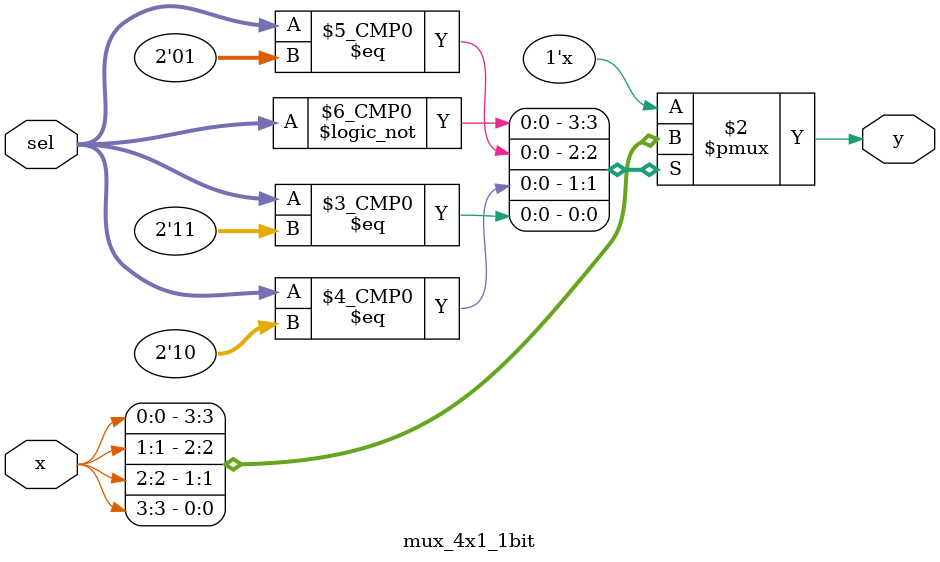
<source format=sv>
`timescale 1ns / 1ps

module FND_Periph (
    // global signal
    input  logic        PCLK,
    input  logic        PRESET,
    // APB Interface Signals
    input  logic [ 3:0] PADDR,
    input  logic [31:0] PWDATA,
    input  logic        PWRITE,
    input  logic        PENABLE,
    input  logic        PSEL,
    output logic [31:0] PRDATA,
    output logic        PREADY,
    // export signals
    output logic [ 3:0] fndComm,
    output logic [ 7:0] fndFont,
    //additional
    output logic [1:0] digit_sel
);

    logic       fcr_en;
    logic [13:0] fdr;
    logic [3:0]  fpr;
     
    APB_SlaveIntf_FND U_APB_Intf_FND (.*);
    FND U_FND_IP (.*);
endmodule
//
module APB_SlaveIntf_FND (
    // global signal
    input  logic        PCLK,
    input  logic        PRESET,
    // APB Interface Signals
    input  logic [ 3:0] PADDR,
    input  logic [31:0] PWDATA,
    input  logic        PWRITE,
    input  logic        PENABLE,
    input  logic        PSEL,
    output logic [31:0] PRDATA,
    output logic        PREADY,
    // internal signals
    output logic        fcr_en,
    output logic [13:0] fdr,
    output logic [ 3:0] fpr
);
    logic [31:0] slv_reg0, slv_reg1, slv_reg2; //, slv_reg3;

    assign fcr_en = slv_reg0[0];
    assign fdr    = slv_reg1[13:0];
    assign fpr    = slv_reg2[3:0];

    always_ff @(posedge PCLK, posedge PRESET) begin
        if (PRESET) begin
            slv_reg0 <= 0; //FCR
            slv_reg1 <= 0; //FDR
            slv_reg2 <= 0; //FPR
            // slv_reg3 <= 0;
        end else begin
            if (PSEL && PENABLE) begin
                PREADY <= 1'b1;
                if (PWRITE) begin
                    case (PADDR[3:2])
                        2'd0: slv_reg0 <= PWDATA; //FCR
                        2'd1: slv_reg1 <= PWDATA; //FDR
                        2'd2: slv_reg2 <= PWDATA; //FPR
                        // 2'd3: slv_reg3 <= PWDATA;
                    endcase
                end else begin
                    PRDATA <= 32'bx;
                    case (PADDR[3:2])
                        2'd0: PRDATA <= slv_reg0;  //FCR
                        2'd1: PRDATA <= slv_reg1;  //FDR
                        2'd2: PRDATA <= slv_reg2;  //FPR
                        // 2'd3: PRDATA <= slv_reg3;
                    endcase
                end
            end else begin
                PREADY <= 1'b0;
            end
        end
    end

endmodule

module FND (
    input  logic       PCLK,
    input  logic       PRESET,
    input  logic       fcr_en,
    input  logic [13:0] fdr,
    input  logic [3:0] fpr,
    output logic [3:0] fndComm,
    output logic [7:0] fndFont,
    output logic [1:0] digit_sel
);

    logic [3:0] digit_1, digit_10, digit_100, digit_1000;
    logic [3:0] o_fdr;
    logic [1:0] o_tick;
    //logic [1:0] digit_sel;
    logic fndDp;
    logic [6:0] fndSegData;

    assign fndFont = {~fndDp, fndSegData[6:0]}; //dot은 최상위 비트

    clk_div_1khz U_clk_div_1khz(
        .clk(PCLK),
        .reset(PRESET),
        .tick(o_tick)
);
//
    counter_2bit  U_counter_2bit(
        .clk(PCLK),
        .reset(PRESET),
        .tick(o_tick),
        .count(digit_sel)
);

    decoder_2x4 U_Dec_2x4 (
        .fcr_en(fcr_en),
        .x(digit_sel),
        .y(fndComm)
    );

    digitSplitter U_digitSplitter(
        .fndData(fdr),
        .digit_1(digit_1),
        .digit_10(digit_10),
        .digit_100(digit_100),
        .digit_1000(digit_1000)
);

    mux_4x1 U_mux_4x1(
        .sel(digit_sel),
        .x0(digit_1),
        .x1(digit_10),
        .x2(digit_100),
        .x3(digit_1000),
        .y(o_fdr)
);

    mux_4x1_1bit U_mux_4x1_1bit(
        .sel(digit_sel),
        .x(fpr),
        .y(fndDp)
);

    always_comb begin
        case(o_fdr)
            4'd0:  fndSegData = 8'hc0; //8비트의 헥사c0값 
            4'd1:  fndSegData = 8'hF9; //fndFont
            4'd2:  fndSegData = 8'hA4;
            4'd3:  fndSegData = 8'hB0;
            4'd4:  fndSegData = 8'h99;
            4'd5:  fndSegData = 8'h92;
            4'd6:  fndSegData = 8'h82;
            4'd7:  fndSegData = 8'hf8;
            4'd8:  fndSegData = 8'h80;
            4'd9:  fndSegData = 8'h90;
            4'd10: fndSegData = 8'h88;
            4'd11: fndSegData = 8'h83;
            4'd12: fndSegData = 8'hc6;
            4'd13: fndSegData = 8'ha1;
            4'd14: fndSegData = 8'h86;
            4'd15: fndSegData = 8'h8e;
            default: fndSegData = 8'hff;
        endcase
    end
endmodule

module clk_div_1khz (
    input  logic clk,
    input  logic reset,
    output logic tick
);
    reg [$clog2(100_000)-1 : 0] div_counter;

    always @(posedge clk, posedge reset) begin
        if (reset) begin
            div_counter <= 0;
            tick <= 1'b0;
        end else begin
            if (div_counter == 100_000 - 1) begin
                div_counter <= 0;
                tick <= 1'b1;
            end else begin
                div_counter <= div_counter + 1;
                tick <= 1'b0;
            end
        end
    end
endmodule

module counter_2bit (
    input  logic       clk,
    input  logic       reset,
    input  logic       tick,
    output logic [1:0] count
);
    always @(posedge clk, posedge reset) begin
        if (reset) begin
            count <= 0;
        end else begin
            if(tick) begin
                count <= count + 1;
            end
        end
    end
endmodule
//
module digitSplitter (
    input  logic [13:0] fndData,
    output logic [ 3:0] digit_1,
    output logic [ 3:0] digit_10,
    output logic [ 3:0] digit_100,
    output logic [ 3:0] digit_1000
);
    assign digit_1    = fndData % 10;
    assign digit_10   = fndData / 10 % 10;
    assign digit_100  = fndData / 100 % 10;
    assign digit_1000 = fndData / 1000 % 10;
endmodule

module mux_4x1 (
    input  logic [1:0] sel,
    input  logic [3:0] x0,
    input  logic [3:0] x1,
    input  logic [3:0] x2,
    input  logic [3:0] x3,
    output logic [3:0] y
);
    always @(*) begin
        y = 4'b0000;
        case (sel)
            2'b00: y = x0;
            2'b01: y = x1;
            2'b10: y = x2;
            2'b11: y = x3;
        endcase
    end
endmodule
///
module decoder_2x4 (
    input  logic fcr_en,
    input  logic [1:0] x,
    output logic [3:0] y
);
    always @(*) begin
        y = 4'b1111;
        if(fcr_en) begin
            case (x)
                2'b00: y = 4'b1110;
                2'b01: y = 4'b1101;
                2'b10: y = 4'b1011;
                2'b11: y = 4'b0111;
            endcase
        end
    end
endmodule
       
module mux_4x1_1bit(
    input [1:0] sel,
    input [3:0] x,
    output reg y
);
    always@(*) begin
        case(sel)
            2'b00 : y = x[0];
            2'b01 : y = x[1];
            2'b10 : y = x[2];
            2'b11 : y = x[3];
        endcase
    end
endmodule

/*
module BCDtoSEG_decoder (
    input      [3:0] bcd,
    output reg [7:0] seg
);
    always @(bcd) begin
        case (bcd)
            4'h0: seg = 8'hc0;
            4'h1: seg = 8'hf9;
            4'h2: seg = 8'ha4;
            4'h3: seg = 8'hb0;
            4'h4: seg = 8'h99;
            4'h5: seg = 8'h92;
            4'h6: seg = 8'h82;
            4'h7: seg = 8'hf8;
            4'h8: seg = 8'h80;
            4'h9: seg = 8'h90;
            4'ha: seg = 8'h88;
            4'hb: seg = 8'h83;
            4'hc: seg = 8'hc6;
            4'hd: seg = 8'ha1;
            4'he: seg = 8'h86;
            4'hf: seg = 8'h8e;
            default: seg = 8'hff;
        endcase
    end
endmodule
*/
</source>
